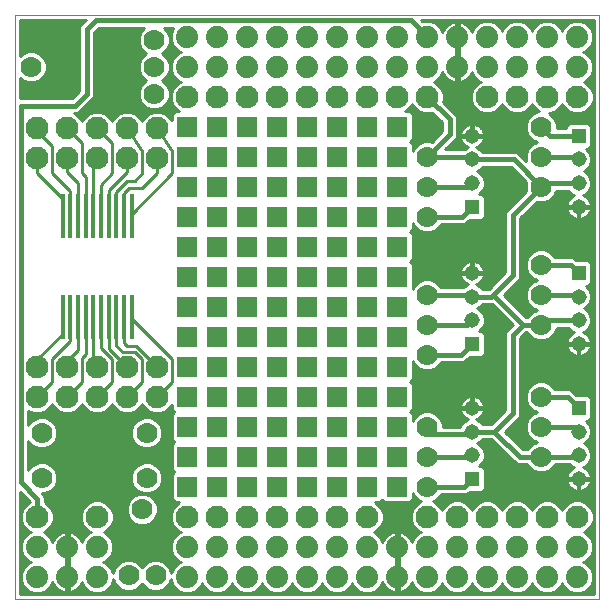
<source format=gbl>
G75*
G70*
%OFA0B0*%
%FSLAX24Y24*%
%IPPOS*%
%LPD*%
%AMOC8*
5,1,8,0,0,1.08239X$1,22.5*
%
%ADD10C,0.0000*%
%ADD11C,0.0740*%
%ADD12R,0.0157X0.1500*%
%ADD13R,0.0515X0.0515*%
%ADD14C,0.0515*%
%ADD15C,0.0100*%
%ADD16C,0.0760*%
%ADD17C,0.0356*%
%ADD18C,0.0700*%
%ADD19C,0.0160*%
%ADD20R,0.0700X0.0700*%
D10*
X000645Y000806D02*
X000645Y020301D01*
X020130Y020291D01*
X020130Y000806D01*
X000645Y000806D01*
D11*
X001395Y001556D03*
X002395Y001556D03*
X003395Y001556D03*
X003395Y002556D03*
X002395Y002556D03*
X001395Y002556D03*
X006395Y002556D03*
X006395Y001556D03*
X007395Y001556D03*
X008395Y001556D03*
X009395Y001556D03*
X010395Y001556D03*
X011395Y001556D03*
X012395Y001556D03*
X013395Y001556D03*
X014395Y001556D03*
X015395Y001556D03*
X016395Y001556D03*
X017395Y001556D03*
X018395Y001556D03*
X019395Y001556D03*
X019395Y002556D03*
X018395Y002556D03*
X017395Y002556D03*
X016395Y002556D03*
X015395Y002556D03*
X014395Y002556D03*
X013395Y002556D03*
X012395Y002556D03*
X011395Y002556D03*
X010395Y002556D03*
X009395Y002556D03*
X008395Y002556D03*
X007395Y002556D03*
X007395Y018556D03*
X008395Y018556D03*
X009395Y018556D03*
X010395Y018556D03*
X011395Y018556D03*
X012395Y018556D03*
X013395Y018556D03*
X014395Y018556D03*
X015395Y018556D03*
X016395Y018556D03*
X017395Y018556D03*
X018395Y018556D03*
X019395Y018556D03*
X019395Y019556D03*
X018395Y019556D03*
X017395Y019556D03*
X016395Y019556D03*
X015395Y019556D03*
X014395Y019556D03*
X013395Y019556D03*
X012395Y019556D03*
X011395Y019556D03*
X010395Y019556D03*
X009395Y019556D03*
X008395Y019556D03*
X007395Y019556D03*
X006395Y019556D03*
X006395Y018556D03*
D12*
X004547Y013583D03*
X004291Y013583D03*
X004035Y013583D03*
X003779Y013583D03*
X003523Y013583D03*
X003267Y013583D03*
X003011Y013583D03*
X002755Y013583D03*
X002499Y013583D03*
X002243Y013583D03*
X002243Y010229D03*
X002499Y010229D03*
X002755Y010229D03*
X003011Y010229D03*
X003267Y010229D03*
X003523Y010229D03*
X003779Y010229D03*
X004035Y010229D03*
X004291Y010229D03*
X004547Y010229D03*
D13*
X015895Y009325D03*
X019445Y007187D03*
X015895Y004825D03*
X019445Y011687D03*
X015895Y013895D03*
X019445Y016257D03*
D14*
X019445Y015470D03*
X019445Y014683D03*
X019445Y013895D03*
X019445Y010900D03*
X019445Y010113D03*
X019445Y009325D03*
X019445Y006400D03*
X019445Y005613D03*
X019445Y004825D03*
X015895Y005613D03*
X015895Y006400D03*
X015895Y007187D03*
X015895Y010113D03*
X015895Y010900D03*
X015895Y011687D03*
X015895Y014683D03*
X015895Y015470D03*
X015895Y016257D03*
D15*
X015866Y016278D02*
X015395Y016278D01*
X015395Y016257D02*
X015357Y016165D01*
X015287Y016094D01*
X014998Y015806D01*
X015627Y015806D01*
X015653Y015832D01*
X015755Y015875D01*
X015739Y015880D01*
X015681Y015909D01*
X015630Y015947D01*
X015584Y015992D01*
X015547Y016044D01*
X015517Y016101D01*
X015498Y016162D01*
X015488Y016225D01*
X015488Y016229D01*
X015866Y016229D01*
X015866Y016286D01*
X015488Y016286D01*
X015488Y016289D01*
X015498Y016353D01*
X015517Y016414D01*
X015547Y016471D01*
X015584Y016523D01*
X015630Y016568D01*
X015681Y016606D01*
X015739Y016635D01*
X015800Y016655D01*
X015863Y016665D01*
X015866Y016665D01*
X015866Y016286D01*
X015924Y016286D01*
X016302Y016286D01*
X016302Y016289D01*
X016292Y016353D01*
X016273Y016414D01*
X016244Y016471D01*
X016206Y016523D01*
X016160Y016568D01*
X016109Y016606D01*
X016051Y016635D01*
X015990Y016655D01*
X015927Y016665D01*
X015924Y016665D01*
X015924Y016286D01*
X015924Y016229D01*
X016302Y016229D01*
X016302Y016225D01*
X016292Y016162D01*
X016273Y016101D01*
X016244Y016044D01*
X016206Y015992D01*
X016160Y015947D01*
X016109Y015909D01*
X016051Y015880D01*
X016035Y015875D01*
X016137Y015832D01*
X016250Y015720D01*
X017331Y015720D01*
X017423Y015682D01*
X017493Y015612D01*
X017691Y015413D01*
X017675Y015453D01*
X017675Y015660D01*
X017754Y015851D01*
X017900Y015997D01*
X018043Y016056D01*
X017900Y016115D01*
X017754Y016262D01*
X017675Y016453D01*
X017675Y016660D01*
X017754Y016851D01*
X017900Y016997D01*
X018092Y017076D01*
X018117Y017076D01*
X018083Y017090D01*
X017929Y017245D01*
X017895Y017326D01*
X017861Y017245D01*
X017707Y017090D01*
X017504Y017006D01*
X017286Y017006D01*
X017083Y017090D01*
X016929Y017245D01*
X016895Y017326D01*
X016861Y017245D01*
X016707Y017090D01*
X016504Y017006D01*
X016286Y017006D01*
X016083Y017090D01*
X015929Y017245D01*
X015845Y017447D01*
X015845Y017666D01*
X015929Y017868D01*
X016083Y018023D01*
X016178Y018062D01*
X016089Y018099D01*
X015937Y018250D01*
X015884Y018379D01*
X015877Y018357D01*
X015840Y018284D01*
X015792Y018218D01*
X015734Y018160D01*
X015668Y018112D01*
X015595Y018074D01*
X015517Y018049D01*
X015445Y018038D01*
X015445Y018506D01*
X015345Y018506D01*
X015345Y018038D01*
X015273Y018049D01*
X015195Y018074D01*
X015122Y018112D01*
X015056Y018160D01*
X014998Y018218D01*
X014950Y018284D01*
X014913Y018357D01*
X014906Y018379D01*
X014853Y018250D01*
X014701Y018099D01*
X014612Y018062D01*
X014707Y018023D01*
X014861Y017868D01*
X014945Y017666D01*
X014945Y017447D01*
X014919Y017385D01*
X015357Y016948D01*
X015395Y016856D01*
X015395Y016757D01*
X015395Y016257D01*
X015363Y016179D02*
X015495Y016179D01*
X015528Y016081D02*
X015273Y016081D01*
X015174Y015982D02*
X015594Y015982D01*
X015731Y015883D02*
X015076Y015883D01*
X014763Y016278D02*
X013915Y016278D01*
X013915Y016376D02*
X014861Y016376D01*
X014895Y016410D02*
X014543Y016058D01*
X014498Y016076D01*
X014292Y016076D01*
X014100Y015997D01*
X013954Y015851D01*
X013915Y015756D01*
X013915Y015977D01*
X013835Y016056D01*
X013915Y016136D01*
X013915Y016977D01*
X013815Y017076D01*
X013673Y017076D01*
X013707Y017090D01*
X013861Y017245D01*
X013895Y017326D01*
X013929Y017245D01*
X014083Y017090D01*
X014286Y017006D01*
X014504Y017006D01*
X014566Y017032D01*
X014895Y016703D01*
X014895Y016410D01*
X014895Y016475D02*
X013915Y016475D01*
X013915Y016573D02*
X014895Y016573D01*
X014895Y016672D02*
X013915Y016672D01*
X013915Y016770D02*
X014827Y016770D01*
X014729Y016869D02*
X013915Y016869D01*
X013915Y016967D02*
X014630Y016967D01*
X014142Y017066D02*
X013826Y017066D01*
X013781Y017164D02*
X014009Y017164D01*
X013921Y017263D02*
X013869Y017263D01*
X014637Y018051D02*
X015266Y018051D01*
X015345Y018051D02*
X015445Y018051D01*
X015524Y018051D02*
X016153Y018051D01*
X016038Y018150D02*
X015720Y018150D01*
X015814Y018248D02*
X015939Y018248D01*
X015897Y018347D02*
X015872Y018347D01*
X016014Y017953D02*
X014776Y017953D01*
X014867Y017854D02*
X015923Y017854D01*
X015882Y017756D02*
X014908Y017756D01*
X014945Y017657D02*
X015845Y017657D01*
X015845Y017559D02*
X014945Y017559D01*
X014945Y017460D02*
X015845Y017460D01*
X015880Y017362D02*
X014943Y017362D01*
X015042Y017263D02*
X015921Y017263D01*
X016009Y017164D02*
X015140Y017164D01*
X015239Y017066D02*
X016142Y017066D01*
X016154Y016573D02*
X017675Y016573D01*
X017675Y016475D02*
X016241Y016475D01*
X016285Y016376D02*
X017707Y016376D01*
X017748Y016278D02*
X015924Y016278D01*
X015924Y016376D02*
X015866Y016376D01*
X015866Y016475D02*
X015924Y016475D01*
X015924Y016573D02*
X015866Y016573D01*
X015637Y016573D02*
X015395Y016573D01*
X015395Y016475D02*
X015549Y016475D01*
X015505Y016376D02*
X015395Y016376D01*
X015395Y016672D02*
X017680Y016672D01*
X017721Y016770D02*
X015395Y016770D01*
X015390Y016869D02*
X017772Y016869D01*
X017871Y016967D02*
X015337Y016967D01*
X014664Y016179D02*
X013915Y016179D01*
X013860Y016081D02*
X014566Y016081D01*
X014085Y015982D02*
X013910Y015982D01*
X013915Y015883D02*
X013987Y015883D01*
X013927Y015785D02*
X013915Y015785D01*
X016059Y015883D02*
X017787Y015883D01*
X017727Y015785D02*
X016185Y015785D01*
X016196Y015982D02*
X017885Y015982D01*
X017985Y016081D02*
X016262Y016081D01*
X016295Y016179D02*
X017837Y016179D01*
X017686Y015686D02*
X017412Y015686D01*
X017517Y015588D02*
X017675Y015588D01*
X017675Y015489D02*
X017616Y015489D01*
X017303Y015095D02*
X016107Y015095D01*
X016137Y015108D02*
X016250Y015220D01*
X017178Y015220D01*
X017694Y014704D01*
X017675Y014660D01*
X017675Y014453D01*
X017694Y014408D01*
X017103Y013818D01*
X017033Y013748D01*
X016995Y013656D01*
X016995Y011710D01*
X016453Y011168D01*
X016435Y011150D01*
X016250Y011150D01*
X016137Y011262D01*
X016035Y011305D01*
X016051Y011310D01*
X016109Y011339D01*
X016160Y011377D01*
X016206Y011422D01*
X016244Y011474D01*
X016273Y011531D01*
X016292Y011592D01*
X016302Y011655D01*
X016302Y011659D01*
X015924Y011659D01*
X015924Y011716D01*
X016302Y011716D01*
X016302Y011719D01*
X016292Y011783D01*
X016273Y011844D01*
X016244Y011901D01*
X016206Y011953D01*
X016160Y011998D01*
X016109Y012036D01*
X016051Y012065D01*
X015990Y012085D01*
X015927Y012095D01*
X015924Y012095D01*
X015924Y011716D01*
X015866Y011716D01*
X015866Y011659D01*
X015488Y011659D01*
X015488Y011655D01*
X015498Y011592D01*
X015517Y011531D01*
X015547Y011474D01*
X015584Y011422D01*
X015630Y011377D01*
X015681Y011339D01*
X015739Y011310D01*
X015755Y011305D01*
X015653Y011262D01*
X015597Y011206D01*
X014854Y011206D01*
X014836Y011251D01*
X014690Y011397D01*
X014498Y011476D01*
X014292Y011476D01*
X014100Y011397D01*
X013954Y011251D01*
X013915Y011156D01*
X013915Y011977D01*
X013835Y012056D01*
X013915Y012136D01*
X013915Y012977D01*
X013835Y013056D01*
X013915Y013136D01*
X013915Y013356D01*
X013954Y013262D01*
X014100Y013115D01*
X014292Y013036D01*
X014498Y013036D01*
X014690Y013115D01*
X014836Y013262D01*
X014854Y013306D01*
X015606Y013306D01*
X015698Y013344D01*
X015768Y013415D01*
X015821Y013468D01*
X016223Y013468D01*
X016322Y013567D01*
X016322Y014223D01*
X016223Y014323D01*
X016140Y014323D01*
X016257Y014440D01*
X016322Y014598D01*
X016322Y014768D01*
X016257Y014925D01*
X016137Y015045D01*
X016061Y015076D01*
X016137Y015108D01*
X016223Y015194D02*
X017204Y015194D01*
X017401Y014997D02*
X016186Y014997D01*
X016269Y014898D02*
X017500Y014898D01*
X017598Y014799D02*
X016309Y014799D01*
X016322Y014701D02*
X017692Y014701D01*
X017675Y014602D02*
X016322Y014602D01*
X016284Y014504D02*
X017675Y014504D01*
X017691Y014405D02*
X016222Y014405D01*
X016239Y014307D02*
X017592Y014307D01*
X017493Y014208D02*
X016322Y014208D01*
X016322Y014110D02*
X017395Y014110D01*
X017296Y014011D02*
X016322Y014011D01*
X016322Y013913D02*
X017198Y013913D01*
X017099Y013814D02*
X016322Y013814D01*
X016322Y013715D02*
X017020Y013715D01*
X016995Y013617D02*
X016322Y013617D01*
X016274Y013518D02*
X016995Y013518D01*
X016995Y013420D02*
X015773Y013420D01*
X015642Y013321D02*
X016995Y013321D01*
X016995Y013223D02*
X014797Y013223D01*
X014698Y013124D02*
X016995Y013124D01*
X016995Y013026D02*
X013866Y013026D01*
X013903Y013124D02*
X014092Y013124D01*
X013993Y013223D02*
X013915Y013223D01*
X013915Y013321D02*
X013930Y013321D01*
X013915Y012927D02*
X016995Y012927D01*
X016995Y012829D02*
X013915Y012829D01*
X013915Y012730D02*
X016995Y012730D01*
X016995Y012631D02*
X013915Y012631D01*
X013915Y012533D02*
X016995Y012533D01*
X016995Y012434D02*
X013915Y012434D01*
X013915Y012336D02*
X016995Y012336D01*
X016995Y012237D02*
X013915Y012237D01*
X013915Y012139D02*
X016995Y012139D01*
X016995Y012040D02*
X016100Y012040D01*
X016214Y011942D02*
X016995Y011942D01*
X016995Y011843D02*
X016273Y011843D01*
X016299Y011745D02*
X016995Y011745D01*
X016931Y011646D02*
X016301Y011646D01*
X016278Y011548D02*
X016833Y011548D01*
X016734Y011449D02*
X016225Y011449D01*
X016124Y011350D02*
X016636Y011350D01*
X016537Y011252D02*
X016148Y011252D01*
X016246Y011153D02*
X016439Y011153D01*
X016453Y011168D02*
X016453Y011168D01*
X016548Y010650D02*
X016250Y010650D01*
X016137Y010538D01*
X016061Y010506D01*
X016137Y010475D01*
X016257Y010355D01*
X016322Y010198D01*
X016322Y010028D01*
X016257Y009870D01*
X016140Y009753D01*
X016223Y009753D01*
X016322Y009653D01*
X016322Y008997D01*
X016223Y008898D01*
X015821Y008898D01*
X015738Y008815D01*
X015668Y008744D01*
X015576Y008706D01*
X014854Y008706D01*
X014836Y008662D01*
X014690Y008515D01*
X014498Y008436D01*
X014292Y008436D01*
X014100Y008515D01*
X013954Y008662D01*
X013915Y008756D01*
X013915Y008136D01*
X013835Y008056D01*
X013915Y007977D01*
X013915Y007136D01*
X013835Y007056D01*
X013915Y006977D01*
X013915Y006756D01*
X013954Y006851D01*
X014100Y006997D01*
X014292Y007076D01*
X014498Y007076D01*
X014690Y006997D01*
X014836Y006851D01*
X014915Y006660D01*
X014915Y006556D01*
X015497Y006556D01*
X015533Y006642D01*
X015653Y006762D01*
X015755Y006805D01*
X015739Y006810D01*
X015681Y006839D01*
X015630Y006877D01*
X015584Y006922D01*
X015547Y006974D01*
X015517Y007031D01*
X015498Y007092D01*
X015488Y007155D01*
X015488Y007159D01*
X015866Y007159D01*
X015866Y007216D01*
X015488Y007216D01*
X015488Y007219D01*
X015498Y007283D01*
X015517Y007344D01*
X015547Y007401D01*
X015584Y007453D01*
X015630Y007498D01*
X015681Y007536D01*
X015739Y007565D01*
X015800Y007585D01*
X015863Y007595D01*
X015866Y007595D01*
X015866Y007216D01*
X015924Y007216D01*
X016302Y007216D01*
X016302Y007219D01*
X016292Y007283D01*
X016273Y007344D01*
X016244Y007401D01*
X016206Y007453D01*
X016160Y007498D01*
X016109Y007536D01*
X016051Y007565D01*
X015990Y007585D01*
X015927Y007595D01*
X015924Y007595D01*
X015924Y007216D01*
X015924Y007159D01*
X016302Y007159D01*
X016302Y007155D01*
X016292Y007092D01*
X016273Y007031D01*
X016244Y006974D01*
X016206Y006922D01*
X016160Y006877D01*
X016109Y006839D01*
X016051Y006810D01*
X016035Y006805D01*
X016137Y006762D01*
X016250Y006650D01*
X016535Y006650D01*
X016995Y007110D01*
X016995Y009656D01*
X017033Y009748D01*
X017103Y009818D01*
X017242Y009956D01*
X016548Y010650D01*
X016636Y010562D02*
X016162Y010562D01*
X016149Y010464D02*
X016734Y010464D01*
X016833Y010365D02*
X016247Y010365D01*
X016294Y010266D02*
X016931Y010266D01*
X017030Y010168D02*
X016322Y010168D01*
X016322Y010069D02*
X017128Y010069D01*
X017227Y009971D02*
X016299Y009971D01*
X016258Y009872D02*
X017158Y009872D01*
X017059Y009774D02*
X016161Y009774D01*
X016300Y009675D02*
X017003Y009675D01*
X016995Y009577D02*
X016322Y009577D01*
X016322Y009478D02*
X016995Y009478D01*
X016995Y009380D02*
X016322Y009380D01*
X016322Y009281D02*
X016995Y009281D01*
X016995Y009182D02*
X016322Y009182D01*
X016322Y009084D02*
X016995Y009084D01*
X016995Y008985D02*
X016311Y008985D01*
X015810Y008887D02*
X016995Y008887D01*
X016995Y008788D02*
X015712Y008788D01*
X014847Y008690D02*
X016995Y008690D01*
X016995Y008591D02*
X014765Y008591D01*
X014635Y008493D02*
X016995Y008493D01*
X016995Y008394D02*
X013915Y008394D01*
X013915Y008296D02*
X016995Y008296D01*
X016995Y008197D02*
X013915Y008197D01*
X013878Y008099D02*
X016995Y008099D01*
X016995Y008000D02*
X013892Y008000D01*
X013915Y007901D02*
X016995Y007901D01*
X016995Y007803D02*
X013915Y007803D01*
X013915Y007704D02*
X016995Y007704D01*
X016995Y007606D02*
X013915Y007606D01*
X013915Y007507D02*
X015642Y007507D01*
X015552Y007409D02*
X013915Y007409D01*
X013915Y007310D02*
X015506Y007310D01*
X015494Y007113D02*
X013892Y007113D01*
X013877Y007015D02*
X014143Y007015D01*
X014019Y006916D02*
X013915Y006916D01*
X013915Y006817D02*
X013940Y006817D01*
X013915Y007212D02*
X015866Y007212D01*
X015924Y007212D02*
X016995Y007212D01*
X016995Y007310D02*
X016284Y007310D01*
X016238Y007409D02*
X016995Y007409D01*
X016995Y007507D02*
X016148Y007507D01*
X015924Y007507D02*
X015866Y007507D01*
X015866Y007409D02*
X015924Y007409D01*
X015924Y007310D02*
X015866Y007310D01*
X016264Y007015D02*
X016900Y007015D01*
X016995Y007113D02*
X016296Y007113D01*
X016200Y006916D02*
X016801Y006916D01*
X016703Y006817D02*
X016066Y006817D01*
X016181Y006719D02*
X016604Y006719D01*
X016992Y006400D02*
X017387Y006794D01*
X017457Y006865D01*
X017495Y006957D01*
X017495Y009503D01*
X017699Y009706D01*
X017736Y009706D01*
X017754Y009662D01*
X017900Y009515D01*
X018092Y009436D01*
X018298Y009436D01*
X018490Y009515D01*
X018636Y009662D01*
X018715Y009853D01*
X018715Y009863D01*
X019090Y009863D01*
X019203Y009750D01*
X019305Y009708D01*
X019289Y009703D01*
X019231Y009674D01*
X019180Y009636D01*
X019134Y009591D01*
X019097Y009539D01*
X019067Y009482D01*
X019048Y009421D01*
X019038Y009357D01*
X019038Y009354D01*
X019416Y009354D01*
X019416Y009296D01*
X019474Y009296D01*
X019474Y008918D01*
X019477Y008918D01*
X019540Y008928D01*
X019601Y008948D01*
X019659Y008977D01*
X019710Y009014D01*
X019756Y009060D01*
X019794Y009112D01*
X019823Y009169D01*
X019842Y009230D01*
X019852Y009293D01*
X019852Y009296D01*
X019474Y009296D01*
X019474Y009354D01*
X019852Y009354D01*
X019852Y009357D01*
X019842Y009421D01*
X019823Y009482D01*
X019794Y009539D01*
X019756Y009591D01*
X019710Y009636D01*
X019659Y009674D01*
X019601Y009703D01*
X019585Y009708D01*
X019687Y009750D01*
X019807Y009870D01*
X019872Y010028D01*
X019872Y010198D01*
X019807Y010355D01*
X019687Y010475D01*
X019612Y010506D01*
X019687Y010538D01*
X019807Y010658D01*
X019872Y010815D01*
X019872Y010985D01*
X019807Y011142D01*
X019690Y011260D01*
X019773Y011260D01*
X019872Y011359D01*
X019872Y012015D01*
X019773Y012115D01*
X019371Y012115D01*
X019318Y012168D01*
X019226Y012206D01*
X018654Y012206D01*
X018636Y012251D01*
X018490Y012397D01*
X018298Y012476D01*
X018092Y012476D01*
X017900Y012397D01*
X017754Y012251D01*
X017675Y012060D01*
X017675Y011853D01*
X017754Y011662D01*
X017900Y011515D01*
X018043Y011456D01*
X017900Y011397D01*
X017754Y011251D01*
X017675Y011060D01*
X017675Y010853D01*
X017754Y010662D01*
X017900Y010515D01*
X018043Y010456D01*
X017900Y010397D01*
X017754Y010251D01*
X017736Y010206D01*
X017699Y010206D01*
X016949Y010956D01*
X017675Y010956D01*
X017675Y010858D02*
X017047Y010858D01*
X016949Y010956D02*
X017457Y011465D01*
X017495Y011557D01*
X017495Y011656D01*
X017495Y013503D01*
X018047Y014055D01*
X018092Y014036D01*
X018298Y014036D01*
X018490Y014115D01*
X018636Y014262D01*
X018707Y014433D01*
X019090Y014433D01*
X019203Y014320D01*
X019305Y014278D01*
X019289Y014273D01*
X019231Y014244D01*
X019180Y014206D01*
X019134Y014161D01*
X019097Y014109D01*
X019067Y014052D01*
X019048Y013991D01*
X019038Y013927D01*
X019038Y013924D01*
X019416Y013924D01*
X019416Y013866D01*
X019474Y013866D01*
X019474Y013488D01*
X019477Y013488D01*
X019540Y013498D01*
X019601Y013518D01*
X019659Y013547D01*
X019710Y013584D01*
X019756Y013630D01*
X019794Y013682D01*
X019823Y013739D01*
X019842Y013800D01*
X019852Y013863D01*
X019852Y013866D01*
X019474Y013866D01*
X019474Y013924D01*
X019852Y013924D01*
X019852Y013927D01*
X019842Y013991D01*
X019823Y014052D01*
X019794Y014109D01*
X019756Y014161D01*
X019710Y014206D01*
X019659Y014244D01*
X019601Y014273D01*
X019585Y014278D01*
X019687Y014320D01*
X019807Y014440D01*
X019872Y014598D01*
X019872Y014768D01*
X019807Y014925D01*
X019687Y015045D01*
X019612Y015076D01*
X019687Y015108D01*
X019807Y015228D01*
X019872Y015385D01*
X019872Y015555D01*
X019807Y015712D01*
X019690Y015830D01*
X019773Y015830D01*
X019872Y015929D01*
X019872Y016585D01*
X019773Y016685D01*
X019117Y016685D01*
X019018Y016585D01*
X019018Y016507D01*
X018715Y016507D01*
X018715Y016660D01*
X018636Y016851D01*
X018490Y016997D01*
X018467Y017006D01*
X018504Y017006D01*
X018707Y017090D01*
X018861Y017245D01*
X018895Y017326D01*
X018929Y017245D01*
X019083Y017090D01*
X019286Y017006D01*
X019504Y017006D01*
X019707Y017090D01*
X019861Y017245D01*
X019945Y017447D01*
X019945Y017666D01*
X019861Y017868D01*
X019707Y018023D01*
X019612Y018062D01*
X019701Y018099D01*
X019853Y018250D01*
X019935Y018449D01*
X019935Y018664D01*
X019853Y018862D01*
X019701Y019014D01*
X019599Y019056D01*
X019701Y019099D01*
X019853Y019250D01*
X019935Y019449D01*
X019935Y019664D01*
X019853Y019862D01*
X019701Y020014D01*
X019502Y020096D01*
X019288Y020096D01*
X019089Y020014D01*
X018937Y019862D01*
X018895Y019760D01*
X018853Y019862D01*
X018701Y020014D01*
X018502Y020096D01*
X018288Y020096D01*
X018089Y020014D01*
X017937Y019862D01*
X017895Y019760D01*
X017853Y019862D01*
X017701Y020014D01*
X017502Y020096D01*
X017288Y020096D01*
X017089Y020014D01*
X016937Y019862D01*
X016895Y019760D01*
X016853Y019862D01*
X016701Y020014D01*
X016502Y020096D01*
X016288Y020096D01*
X016089Y020014D01*
X015937Y019862D01*
X015884Y019734D01*
X015877Y019756D01*
X015840Y019829D01*
X015792Y019895D01*
X015734Y019953D01*
X015668Y020001D01*
X015595Y020038D01*
X015517Y020063D01*
X015445Y020075D01*
X015445Y019606D01*
X015345Y019606D01*
X015345Y020075D01*
X015273Y020063D01*
X015195Y020038D01*
X015122Y020001D01*
X015056Y019953D01*
X014998Y019895D01*
X014950Y019829D01*
X014913Y019756D01*
X014906Y019734D01*
X014853Y019862D01*
X014701Y020014D01*
X014502Y020096D01*
X014288Y020096D01*
X014232Y020073D01*
X014180Y020124D01*
X019960Y020121D01*
X014184Y020121D01*
X014681Y020022D02*
X015164Y020022D01*
X015027Y019924D02*
X014791Y019924D01*
X014868Y019825D02*
X014948Y019825D01*
X015345Y019825D02*
X015445Y019825D01*
X015445Y019727D02*
X015345Y019727D01*
X015345Y019628D02*
X015445Y019628D01*
X015445Y019506D02*
X015445Y019038D01*
X015445Y018606D01*
X015345Y018606D01*
X015345Y019038D01*
X015345Y019506D01*
X015445Y019506D01*
X015445Y019431D02*
X015345Y019431D01*
X015345Y019332D02*
X015445Y019332D01*
X015445Y019234D02*
X015345Y019234D01*
X015345Y019135D02*
X015445Y019135D01*
X015445Y019037D02*
X015345Y019037D01*
X015345Y018938D02*
X015445Y018938D01*
X015445Y018840D02*
X015345Y018840D01*
X015345Y018741D02*
X015445Y018741D01*
X015445Y018643D02*
X015345Y018643D01*
X015345Y018446D02*
X015445Y018446D01*
X015445Y018347D02*
X015345Y018347D01*
X015345Y018248D02*
X015445Y018248D01*
X015445Y018150D02*
X015345Y018150D01*
X015070Y018150D02*
X014752Y018150D01*
X014851Y018248D02*
X014976Y018248D01*
X014918Y018347D02*
X014893Y018347D01*
X015842Y019825D02*
X015922Y019825D01*
X015999Y019924D02*
X015763Y019924D01*
X015626Y020022D02*
X016109Y020022D01*
X016681Y020022D02*
X017109Y020022D01*
X016999Y019924D02*
X016791Y019924D01*
X016868Y019825D02*
X016922Y019825D01*
X017681Y020022D02*
X018109Y020022D01*
X017999Y019924D02*
X017791Y019924D01*
X017868Y019825D02*
X017922Y019825D01*
X018681Y020022D02*
X019109Y020022D01*
X018999Y019924D02*
X018791Y019924D01*
X018868Y019825D02*
X018922Y019825D01*
X019681Y020022D02*
X019960Y020022D01*
X019960Y019924D02*
X019791Y019924D01*
X019868Y019825D02*
X019960Y019825D01*
X019960Y019727D02*
X019909Y019727D01*
X019935Y019628D02*
X019960Y019628D01*
X019960Y019530D02*
X019935Y019530D01*
X019928Y019431D02*
X019960Y019431D01*
X019960Y019332D02*
X019887Y019332D01*
X019836Y019234D02*
X019960Y019234D01*
X019960Y019135D02*
X019738Y019135D01*
X019646Y019037D02*
X019960Y019037D01*
X019960Y018938D02*
X019777Y018938D01*
X019862Y018840D02*
X019960Y018840D01*
X019960Y018741D02*
X019903Y018741D01*
X019935Y018643D02*
X019960Y018643D01*
X019960Y018544D02*
X019935Y018544D01*
X019934Y018446D02*
X019960Y018446D01*
X019960Y018347D02*
X019893Y018347D01*
X019851Y018248D02*
X019960Y018248D01*
X019960Y018150D02*
X019752Y018150D01*
X019637Y018051D02*
X019960Y018051D01*
X019960Y017953D02*
X019776Y017953D01*
X019867Y017854D02*
X019960Y017854D01*
X019960Y017756D02*
X019908Y017756D01*
X019945Y017657D02*
X019960Y017657D01*
X019960Y017559D02*
X019945Y017559D01*
X019945Y017460D02*
X019960Y017460D01*
X019960Y017362D02*
X019910Y017362D01*
X019869Y017263D02*
X019960Y017263D01*
X019960Y017164D02*
X019781Y017164D01*
X019648Y017066D02*
X019960Y017066D01*
X019960Y016967D02*
X018519Y016967D01*
X018618Y016869D02*
X019960Y016869D01*
X019960Y016770D02*
X018669Y016770D01*
X018710Y016672D02*
X019104Y016672D01*
X019018Y016573D02*
X018715Y016573D01*
X018648Y017066D02*
X019142Y017066D01*
X019009Y017164D02*
X018781Y017164D01*
X018869Y017263D02*
X018921Y017263D01*
X018067Y017066D02*
X017648Y017066D01*
X017781Y017164D02*
X018009Y017164D01*
X017921Y017263D02*
X017869Y017263D01*
X017142Y017066D02*
X016648Y017066D01*
X016781Y017164D02*
X017009Y017164D01*
X016921Y017263D02*
X016869Y017263D01*
X019735Y015785D02*
X019960Y015785D01*
X019960Y015883D02*
X019826Y015883D01*
X019872Y015982D02*
X019960Y015982D01*
X019960Y016081D02*
X019872Y016081D01*
X019872Y016179D02*
X019960Y016179D01*
X019960Y016278D02*
X019872Y016278D01*
X019872Y016376D02*
X019960Y016376D01*
X019960Y016475D02*
X019872Y016475D01*
X019872Y016573D02*
X019960Y016573D01*
X019960Y016672D02*
X019786Y016672D01*
X019818Y015686D02*
X019960Y015686D01*
X019960Y015588D02*
X019859Y015588D01*
X019872Y015489D02*
X019960Y015489D01*
X019960Y015391D02*
X019872Y015391D01*
X019834Y015292D02*
X019960Y015292D01*
X019960Y015194D02*
X019773Y015194D01*
X019657Y015095D02*
X019960Y015095D01*
X019960Y014997D02*
X019736Y014997D01*
X019819Y014898D02*
X019960Y014898D01*
X019960Y014799D02*
X019859Y014799D01*
X019872Y014701D02*
X019960Y014701D01*
X019960Y014602D02*
X019872Y014602D01*
X019834Y014504D02*
X019960Y014504D01*
X019960Y014405D02*
X019772Y014405D01*
X019655Y014307D02*
X019960Y014307D01*
X019960Y014208D02*
X019707Y014208D01*
X019793Y014110D02*
X019960Y014110D01*
X019960Y014011D02*
X019836Y014011D01*
X019960Y013913D02*
X019474Y013913D01*
X019416Y013913D02*
X017905Y013913D01*
X018003Y014011D02*
X019054Y014011D01*
X019097Y014110D02*
X018475Y014110D01*
X018582Y014208D02*
X019183Y014208D01*
X019235Y014307D02*
X018654Y014307D01*
X018695Y014405D02*
X019118Y014405D01*
X019038Y013866D02*
X019038Y013863D01*
X019048Y013800D01*
X019067Y013739D01*
X019097Y013682D01*
X019134Y013630D01*
X019180Y013584D01*
X019231Y013547D01*
X019289Y013518D01*
X019350Y013498D01*
X019413Y013488D01*
X019416Y013488D01*
X019416Y013866D01*
X019038Y013866D01*
X019045Y013814D02*
X017806Y013814D01*
X017708Y013715D02*
X019079Y013715D01*
X019147Y013617D02*
X017609Y013617D01*
X017511Y013518D02*
X019287Y013518D01*
X019416Y013518D02*
X019474Y013518D01*
X019474Y013617D02*
X019416Y013617D01*
X019416Y013715D02*
X019474Y013715D01*
X019474Y013814D02*
X019416Y013814D01*
X019603Y013518D02*
X019960Y013518D01*
X019960Y013420D02*
X017495Y013420D01*
X017495Y013321D02*
X019960Y013321D01*
X019960Y013223D02*
X017495Y013223D01*
X017495Y013124D02*
X019960Y013124D01*
X019960Y013026D02*
X017495Y013026D01*
X017495Y012927D02*
X019960Y012927D01*
X019960Y012829D02*
X017495Y012829D01*
X017495Y012730D02*
X019960Y012730D01*
X019960Y012631D02*
X017495Y012631D01*
X017495Y012533D02*
X019960Y012533D01*
X019960Y012434D02*
X018399Y012434D01*
X018551Y012336D02*
X019960Y012336D01*
X019960Y012237D02*
X018641Y012237D01*
X017991Y012434D02*
X017495Y012434D01*
X017495Y012336D02*
X017839Y012336D01*
X017749Y012237D02*
X017495Y012237D01*
X017495Y012139D02*
X017708Y012139D01*
X017675Y012040D02*
X017495Y012040D01*
X017495Y011942D02*
X017675Y011942D01*
X017679Y011843D02*
X017495Y011843D01*
X017495Y011745D02*
X017720Y011745D01*
X017770Y011646D02*
X017495Y011646D01*
X017491Y011548D02*
X017868Y011548D01*
X018026Y011449D02*
X017441Y011449D01*
X017343Y011350D02*
X017854Y011350D01*
X017755Y011252D02*
X017244Y011252D01*
X017146Y011153D02*
X017714Y011153D01*
X017675Y011055D02*
X017047Y011055D01*
X017146Y010759D02*
X017714Y010759D01*
X017755Y010661D02*
X017244Y010661D01*
X017343Y010562D02*
X017854Y010562D01*
X017868Y010365D02*
X017540Y010365D01*
X017638Y010266D02*
X017770Y010266D01*
X018026Y010464D02*
X017441Y010464D01*
X017667Y009675D02*
X017749Y009675D01*
X017839Y009577D02*
X017569Y009577D01*
X017495Y009478D02*
X017991Y009478D01*
X018399Y009478D02*
X019066Y009478D01*
X019041Y009380D02*
X017495Y009380D01*
X017495Y009281D02*
X019039Y009281D01*
X019038Y009293D02*
X019048Y009230D01*
X019067Y009169D01*
X019097Y009112D01*
X019134Y009060D01*
X019180Y009014D01*
X019231Y008977D01*
X019289Y008948D01*
X019350Y008928D01*
X019413Y008918D01*
X019416Y008918D01*
X019416Y009296D01*
X019038Y009296D01*
X019038Y009293D01*
X019063Y009182D02*
X017495Y009182D01*
X017495Y009084D02*
X019117Y009084D01*
X019219Y008985D02*
X017495Y008985D01*
X017495Y008887D02*
X019960Y008887D01*
X019960Y008985D02*
X019671Y008985D01*
X019773Y009084D02*
X019960Y009084D01*
X019960Y009182D02*
X019827Y009182D01*
X019851Y009281D02*
X019960Y009281D01*
X019960Y009380D02*
X019849Y009380D01*
X019824Y009478D02*
X019960Y009478D01*
X019960Y009577D02*
X019766Y009577D01*
X019656Y009675D02*
X019960Y009675D01*
X019960Y009774D02*
X019711Y009774D01*
X019808Y009872D02*
X019960Y009872D01*
X019960Y009971D02*
X019849Y009971D01*
X019872Y010069D02*
X019960Y010069D01*
X019960Y010168D02*
X019872Y010168D01*
X019844Y010266D02*
X019960Y010266D01*
X019960Y010365D02*
X019797Y010365D01*
X019699Y010464D02*
X019960Y010464D01*
X019960Y010562D02*
X019712Y010562D01*
X019809Y010661D02*
X019960Y010661D01*
X019960Y010759D02*
X019849Y010759D01*
X019872Y010858D02*
X019960Y010858D01*
X019960Y010956D02*
X019872Y010956D01*
X019844Y011055D02*
X019960Y011055D01*
X019960Y011153D02*
X019796Y011153D01*
X019698Y011252D02*
X019960Y011252D01*
X019960Y011350D02*
X019863Y011350D01*
X019872Y011449D02*
X019960Y011449D01*
X019960Y011548D02*
X019872Y011548D01*
X019872Y011646D02*
X019960Y011646D01*
X019960Y011745D02*
X019872Y011745D01*
X019872Y011843D02*
X019960Y011843D01*
X019960Y011942D02*
X019872Y011942D01*
X019848Y012040D02*
X019960Y012040D01*
X019960Y012139D02*
X019347Y012139D01*
X019743Y013617D02*
X019960Y013617D01*
X019960Y013715D02*
X019811Y013715D01*
X019845Y013814D02*
X019960Y013814D01*
X015924Y012040D02*
X015866Y012040D01*
X015866Y012095D02*
X015863Y012095D01*
X015800Y012085D01*
X015739Y012065D01*
X015681Y012036D01*
X015630Y011998D01*
X015584Y011953D01*
X015547Y011901D01*
X015517Y011844D01*
X015498Y011783D01*
X015488Y011719D01*
X015488Y011716D01*
X015866Y011716D01*
X015866Y012095D01*
X015866Y011942D02*
X015924Y011942D01*
X015924Y011843D02*
X015866Y011843D01*
X015866Y011745D02*
X015924Y011745D01*
X015690Y012040D02*
X013851Y012040D01*
X013915Y011942D02*
X015576Y011942D01*
X015517Y011843D02*
X013915Y011843D01*
X013915Y011745D02*
X015492Y011745D01*
X015489Y011646D02*
X013915Y011646D01*
X013915Y011548D02*
X015512Y011548D01*
X015565Y011449D02*
X014564Y011449D01*
X014736Y011350D02*
X015666Y011350D01*
X015642Y011252D02*
X014835Y011252D01*
X014226Y011449D02*
X013915Y011449D01*
X013915Y011350D02*
X014054Y011350D01*
X013955Y011252D02*
X013915Y011252D01*
X013915Y008690D02*
X013943Y008690D01*
X013915Y008591D02*
X014025Y008591D01*
X013915Y008493D02*
X014155Y008493D01*
X014647Y007015D02*
X015526Y007015D01*
X015590Y006916D02*
X014771Y006916D01*
X014850Y006817D02*
X015724Y006817D01*
X015609Y006719D02*
X014891Y006719D01*
X014915Y006620D02*
X015524Y006620D01*
X016062Y006006D02*
X016137Y006038D01*
X016250Y006150D01*
X016535Y006150D01*
X017341Y005344D01*
X017433Y005306D01*
X017532Y005306D01*
X017736Y005306D01*
X017754Y005262D01*
X017900Y005115D01*
X018092Y005036D01*
X018298Y005036D01*
X018490Y005115D01*
X018636Y005262D01*
X018654Y005306D01*
X019147Y005306D01*
X019203Y005250D01*
X019305Y005208D01*
X019289Y005203D01*
X019231Y005174D01*
X019180Y005136D01*
X019134Y005091D01*
X019097Y005039D01*
X019067Y004982D01*
X019048Y004921D01*
X019038Y004857D01*
X019038Y004854D01*
X019416Y004854D01*
X019416Y004796D01*
X019474Y004796D01*
X019474Y004418D01*
X019477Y004418D01*
X019540Y004428D01*
X019601Y004448D01*
X019659Y004477D01*
X019710Y004514D01*
X019756Y004560D01*
X019794Y004612D01*
X019823Y004669D01*
X019842Y004730D01*
X019852Y004793D01*
X019852Y004796D01*
X019474Y004796D01*
X019474Y004854D01*
X019852Y004854D01*
X019852Y004857D01*
X019842Y004921D01*
X019823Y004982D01*
X019794Y005039D01*
X019756Y005091D01*
X019710Y005136D01*
X019659Y005174D01*
X019601Y005203D01*
X019585Y005208D01*
X019687Y005250D01*
X019807Y005370D01*
X019872Y005528D01*
X019872Y005698D01*
X019807Y005855D01*
X019687Y005975D01*
X019611Y006006D01*
X019687Y006038D01*
X019807Y006158D01*
X019872Y006315D01*
X019872Y006485D01*
X019807Y006642D01*
X019690Y006760D01*
X019773Y006760D01*
X019872Y006859D01*
X019872Y007515D01*
X019773Y007615D01*
X019371Y007615D01*
X019288Y007698D01*
X019218Y007768D01*
X019126Y007806D01*
X018654Y007806D01*
X018636Y007851D01*
X018490Y007997D01*
X018298Y008076D01*
X018092Y008076D01*
X017900Y007997D01*
X017754Y007851D01*
X017675Y007660D01*
X017675Y007453D01*
X017754Y007262D01*
X017900Y007115D01*
X018043Y007056D01*
X017900Y006997D01*
X017754Y006851D01*
X017675Y006660D01*
X017675Y006453D01*
X017754Y006262D01*
X017900Y006115D01*
X018043Y006056D01*
X017900Y005997D01*
X017754Y005851D01*
X017736Y005806D01*
X017586Y005806D01*
X016992Y006400D01*
X017015Y006423D02*
X017687Y006423D01*
X017675Y006522D02*
X017114Y006522D01*
X017213Y006620D02*
X017675Y006620D01*
X017700Y006719D02*
X017311Y006719D01*
X017387Y006794D02*
X017387Y006794D01*
X017410Y006817D02*
X017740Y006817D01*
X017819Y006916D02*
X017478Y006916D01*
X017495Y007015D02*
X017943Y007015D01*
X017906Y007113D02*
X017495Y007113D01*
X017495Y007212D02*
X017804Y007212D01*
X017734Y007310D02*
X017495Y007310D01*
X017495Y007409D02*
X017693Y007409D01*
X017675Y007507D02*
X017495Y007507D01*
X017495Y007606D02*
X017675Y007606D01*
X017694Y007704D02*
X017495Y007704D01*
X017495Y007803D02*
X017734Y007803D01*
X017805Y007901D02*
X017495Y007901D01*
X017495Y008000D02*
X017907Y008000D01*
X017495Y008099D02*
X019960Y008099D01*
X019960Y008197D02*
X017495Y008197D01*
X017495Y008296D02*
X019960Y008296D01*
X019960Y008394D02*
X017495Y008394D01*
X017495Y008493D02*
X019960Y008493D01*
X019960Y008591D02*
X017495Y008591D01*
X017495Y008690D02*
X019960Y008690D01*
X019960Y008788D02*
X017495Y008788D01*
X018483Y008000D02*
X019960Y008000D01*
X019960Y007901D02*
X018585Y007901D01*
X019134Y007803D02*
X019960Y007803D01*
X019960Y007704D02*
X019282Y007704D01*
X019782Y007606D02*
X019960Y007606D01*
X019960Y007507D02*
X019872Y007507D01*
X019872Y007409D02*
X019960Y007409D01*
X019960Y007310D02*
X019872Y007310D01*
X019872Y007212D02*
X019960Y007212D01*
X019960Y007113D02*
X019872Y007113D01*
X019872Y007015D02*
X019960Y007015D01*
X019960Y006916D02*
X019872Y006916D01*
X019830Y006817D02*
X019960Y006817D01*
X019960Y006719D02*
X019731Y006719D01*
X019816Y006620D02*
X019960Y006620D01*
X019960Y006522D02*
X019857Y006522D01*
X019872Y006423D02*
X019960Y006423D01*
X019960Y006325D02*
X019872Y006325D01*
X019836Y006226D02*
X019960Y006226D01*
X019960Y006128D02*
X019777Y006128D01*
X019667Y006029D02*
X019960Y006029D01*
X019960Y005931D02*
X019732Y005931D01*
X019817Y005832D02*
X019960Y005832D01*
X019960Y005733D02*
X019858Y005733D01*
X019872Y005635D02*
X019960Y005635D01*
X019960Y005536D02*
X019872Y005536D01*
X019835Y005438D02*
X019960Y005438D01*
X019960Y005339D02*
X019776Y005339D01*
X019664Y005241D02*
X019960Y005241D01*
X019960Y005142D02*
X019702Y005142D01*
X019790Y005044D02*
X019960Y005044D01*
X019960Y004945D02*
X019834Y004945D01*
X019960Y004847D02*
X019474Y004847D01*
X019416Y004847D02*
X016322Y004847D01*
X016322Y004945D02*
X019056Y004945D01*
X019100Y005044D02*
X018316Y005044D01*
X018516Y005142D02*
X019188Y005142D01*
X019226Y005241D02*
X018615Y005241D01*
X019038Y004796D02*
X019038Y004793D01*
X019048Y004730D01*
X019067Y004669D01*
X019097Y004612D01*
X019134Y004560D01*
X019180Y004514D01*
X019231Y004477D01*
X019289Y004448D01*
X019350Y004428D01*
X019413Y004418D01*
X019416Y004418D01*
X019416Y004796D01*
X019038Y004796D01*
X019045Y004748D02*
X016322Y004748D01*
X016322Y004649D02*
X019077Y004649D01*
X019143Y004551D02*
X016322Y004551D01*
X016322Y004497D02*
X016322Y005153D01*
X016223Y005253D01*
X016140Y005253D01*
X016257Y005370D01*
X016322Y005528D01*
X016322Y005698D01*
X016257Y005855D01*
X016137Y005975D01*
X016062Y006006D01*
X016117Y006029D02*
X016656Y006029D01*
X016558Y006128D02*
X016227Y006128D01*
X016182Y005931D02*
X016755Y005931D01*
X016853Y005832D02*
X016267Y005832D01*
X016308Y005733D02*
X016952Y005733D01*
X017050Y005635D02*
X016322Y005635D01*
X016322Y005536D02*
X017149Y005536D01*
X017247Y005438D02*
X016285Y005438D01*
X016226Y005339D02*
X017353Y005339D01*
X017775Y005241D02*
X016235Y005241D01*
X016322Y005142D02*
X017874Y005142D01*
X018074Y005044D02*
X016322Y005044D01*
X016322Y004497D02*
X016223Y004398D01*
X015821Y004398D01*
X015768Y004344D01*
X015676Y004306D01*
X014854Y004306D01*
X014836Y004262D01*
X014690Y004115D01*
X014586Y004073D01*
X014707Y004023D01*
X014861Y003868D01*
X014895Y003786D01*
X014929Y003868D01*
X015083Y004023D01*
X015286Y004106D01*
X015504Y004106D01*
X015707Y004023D01*
X015861Y003868D01*
X015895Y003786D01*
X015929Y003868D01*
X016083Y004023D01*
X016286Y004106D01*
X016504Y004106D01*
X016707Y004023D01*
X016861Y003868D01*
X016895Y003786D01*
X016929Y003868D01*
X017083Y004023D01*
X017286Y004106D01*
X017504Y004106D01*
X017707Y004023D01*
X017861Y003868D01*
X017895Y003786D01*
X017929Y003868D01*
X018083Y004023D01*
X018286Y004106D01*
X018504Y004106D01*
X018707Y004023D01*
X018861Y003868D01*
X018895Y003786D01*
X018929Y003868D01*
X019083Y004023D01*
X019286Y004106D01*
X019504Y004106D01*
X019707Y004023D01*
X019861Y003868D01*
X019945Y003666D01*
X019945Y003447D01*
X019861Y003245D01*
X019707Y003090D01*
X019612Y003051D01*
X019701Y003014D01*
X019853Y002862D01*
X019935Y002664D01*
X019935Y002449D01*
X019853Y002250D01*
X019701Y002099D01*
X019599Y002056D01*
X019701Y002014D01*
X019853Y001862D01*
X019935Y001664D01*
X019935Y001449D01*
X019853Y001250D01*
X019701Y001099D01*
X019502Y001016D01*
X019288Y001016D01*
X019089Y001099D01*
X018937Y001250D01*
X018895Y001352D01*
X018853Y001250D01*
X018701Y001099D01*
X018502Y001016D01*
X018288Y001016D01*
X018089Y001099D01*
X017937Y001250D01*
X017895Y001352D01*
X017853Y001250D01*
X017701Y001099D01*
X017502Y001016D01*
X017288Y001016D01*
X017089Y001099D01*
X016937Y001250D01*
X016895Y001352D01*
X016853Y001250D01*
X016701Y001099D01*
X016502Y001016D01*
X016288Y001016D01*
X016089Y001099D01*
X015937Y001250D01*
X015895Y001352D01*
X015853Y001250D01*
X015701Y001099D01*
X015502Y001016D01*
X015288Y001016D01*
X015089Y001099D01*
X014937Y001250D01*
X014895Y001352D01*
X014853Y001250D01*
X014701Y001099D01*
X014502Y001016D01*
X014288Y001016D01*
X014089Y001099D01*
X013937Y001250D01*
X013884Y001379D01*
X013877Y001357D01*
X013840Y001284D01*
X013792Y001218D01*
X013734Y001160D01*
X013668Y001112D01*
X013595Y001074D01*
X013517Y001049D01*
X013445Y001038D01*
X013445Y001506D01*
X013345Y001506D01*
X013345Y001038D01*
X013273Y001049D01*
X013195Y001074D01*
X013122Y001112D01*
X013056Y001160D01*
X012998Y001218D01*
X012950Y001284D01*
X012913Y001357D01*
X012906Y001379D01*
X012853Y001250D01*
X012701Y001099D01*
X012502Y001016D01*
X012288Y001016D01*
X012089Y001099D01*
X011937Y001250D01*
X011895Y001352D01*
X011853Y001250D01*
X011701Y001099D01*
X011502Y001016D01*
X011288Y001016D01*
X011089Y001099D01*
X010937Y001250D01*
X010895Y001352D01*
X010853Y001250D01*
X010701Y001099D01*
X010502Y001016D01*
X010288Y001016D01*
X010089Y001099D01*
X009937Y001250D01*
X009895Y001352D01*
X009853Y001250D01*
X009701Y001099D01*
X009502Y001016D01*
X009288Y001016D01*
X009089Y001099D01*
X008937Y001250D01*
X008895Y001352D01*
X008853Y001250D01*
X008701Y001099D01*
X008502Y001016D01*
X008288Y001016D01*
X008089Y001099D01*
X007937Y001250D01*
X007895Y001352D01*
X007853Y001250D01*
X007701Y001099D01*
X007502Y001016D01*
X007288Y001016D01*
X007089Y001099D01*
X006937Y001250D01*
X006895Y001352D01*
X006853Y001250D01*
X006701Y001099D01*
X006502Y001016D01*
X006288Y001016D01*
X006089Y001099D01*
X005937Y001250D01*
X005855Y001449D01*
X005855Y001479D01*
X005786Y001312D01*
X005640Y001165D01*
X005448Y001086D01*
X005242Y001086D01*
X005050Y001165D01*
X004904Y001312D01*
X004895Y001334D01*
X004886Y001312D01*
X004740Y001165D01*
X004548Y001086D01*
X004342Y001086D01*
X004150Y001165D01*
X004004Y001312D01*
X003935Y001479D01*
X003935Y001449D01*
X003853Y001250D01*
X003701Y001099D01*
X003502Y001016D01*
X003288Y001016D01*
X003089Y001099D01*
X002937Y001250D01*
X002884Y001379D01*
X002877Y001357D01*
X002840Y001284D01*
X002792Y001218D01*
X002734Y001160D01*
X002668Y001112D01*
X002595Y001074D01*
X002517Y001049D01*
X002445Y001038D01*
X002445Y001506D01*
X002345Y001506D01*
X002345Y001038D01*
X002273Y001049D01*
X002195Y001074D01*
X002122Y001112D01*
X002056Y001160D01*
X001998Y001218D01*
X001950Y001284D01*
X001913Y001357D01*
X001906Y001379D01*
X001853Y001250D01*
X001701Y001099D01*
X001502Y001016D01*
X001288Y001016D01*
X001089Y001099D01*
X000937Y001250D01*
X000855Y001449D01*
X000855Y001664D01*
X000937Y001862D01*
X001089Y002014D01*
X001191Y002056D01*
X001089Y002099D01*
X000937Y002250D01*
X000855Y002449D01*
X000855Y002664D01*
X000937Y002862D01*
X001089Y003014D01*
X001178Y003051D01*
X001083Y003090D01*
X000929Y003245D01*
X000845Y003447D01*
X000845Y003666D01*
X000929Y003868D01*
X001083Y004023D01*
X001145Y004048D01*
X001145Y004053D01*
X000815Y004383D01*
X000815Y000976D01*
X019960Y000976D01*
X019960Y020121D01*
X015445Y020022D02*
X015345Y020022D01*
X015345Y019924D02*
X015445Y019924D01*
X006191Y019056D02*
X006089Y019014D01*
X005937Y018862D01*
X005855Y018664D01*
X005855Y018449D01*
X005937Y018250D01*
X006089Y018099D01*
X006178Y018062D01*
X006083Y018023D01*
X005929Y017868D01*
X005845Y017666D01*
X005845Y017447D01*
X005929Y017245D01*
X006083Y017090D01*
X006117Y017076D01*
X005975Y017076D01*
X005875Y016977D01*
X005875Y016784D01*
X005861Y016818D01*
X005707Y016973D01*
X005504Y017056D01*
X005286Y017056D01*
X005083Y016973D01*
X004929Y016818D01*
X004895Y016736D01*
X004861Y016818D01*
X004707Y016973D01*
X004504Y017056D01*
X004286Y017056D01*
X004083Y016973D01*
X003929Y016818D01*
X003895Y016736D01*
X003861Y016818D01*
X003707Y016973D01*
X003504Y017056D01*
X003286Y017056D01*
X003083Y016973D01*
X002929Y016818D01*
X002895Y016736D01*
X002861Y016818D01*
X002707Y016973D01*
X002625Y017006D01*
X002695Y017006D01*
X002787Y017044D01*
X003187Y017444D01*
X003257Y017515D01*
X003295Y017607D01*
X003295Y019703D01*
X003449Y019856D01*
X004960Y019856D01*
X004854Y019751D01*
X004775Y019560D01*
X004775Y019353D01*
X004854Y019162D01*
X005000Y019015D01*
X005023Y019006D01*
X005000Y018997D01*
X004854Y018851D01*
X004775Y018660D01*
X004775Y018453D01*
X004854Y018262D01*
X005000Y018115D01*
X005023Y018106D01*
X005000Y018097D01*
X004854Y017951D01*
X004775Y017760D01*
X004775Y017553D01*
X004854Y017362D01*
X005000Y017215D01*
X005192Y017136D01*
X005398Y017136D01*
X005590Y017215D01*
X005736Y017362D01*
X005815Y017553D01*
X005815Y017760D01*
X005736Y017951D01*
X005590Y018097D01*
X005567Y018106D01*
X005590Y018115D01*
X005736Y018262D01*
X005815Y018453D01*
X005815Y018660D01*
X005736Y018851D01*
X005590Y018997D01*
X005567Y019006D01*
X005590Y019015D01*
X005736Y019162D01*
X005815Y019353D01*
X005815Y019560D01*
X005736Y019751D01*
X005630Y019856D01*
X005935Y019856D01*
X005855Y019664D01*
X005855Y019449D01*
X005937Y019250D01*
X006089Y019099D01*
X006191Y019056D01*
X006144Y019037D02*
X005611Y019037D01*
X005648Y018938D02*
X006013Y018938D01*
X005928Y018840D02*
X005740Y018840D01*
X005781Y018741D02*
X005887Y018741D01*
X005855Y018643D02*
X005815Y018643D01*
X005815Y018544D02*
X005855Y018544D01*
X005856Y018446D02*
X005812Y018446D01*
X005771Y018347D02*
X005897Y018347D01*
X005939Y018248D02*
X005723Y018248D01*
X005624Y018150D02*
X006038Y018150D01*
X006153Y018051D02*
X005635Y018051D01*
X005734Y017953D02*
X006014Y017953D01*
X005923Y017854D02*
X005776Y017854D01*
X005815Y017756D02*
X005882Y017756D01*
X005845Y017657D02*
X005815Y017657D01*
X005815Y017559D02*
X005845Y017559D01*
X005845Y017460D02*
X005777Y017460D01*
X005736Y017362D02*
X005880Y017362D01*
X005921Y017263D02*
X005637Y017263D01*
X005466Y017164D02*
X006009Y017164D01*
X005964Y017066D02*
X002808Y017066D01*
X002712Y016967D02*
X003078Y016967D01*
X002980Y016869D02*
X002810Y016869D01*
X002881Y016770D02*
X002909Y016770D01*
X002907Y017164D02*
X005124Y017164D01*
X004953Y017263D02*
X003005Y017263D01*
X003104Y017362D02*
X004854Y017362D01*
X004813Y017460D02*
X003202Y017460D01*
X003275Y017559D02*
X004775Y017559D01*
X004775Y017657D02*
X003295Y017657D01*
X003295Y017756D02*
X004775Y017756D01*
X004814Y017854D02*
X003295Y017854D01*
X003295Y017953D02*
X004856Y017953D01*
X004955Y018051D02*
X003295Y018051D01*
X003295Y018150D02*
X004966Y018150D01*
X004867Y018248D02*
X003295Y018248D01*
X003295Y018347D02*
X004819Y018347D01*
X004778Y018446D02*
X003295Y018446D01*
X003295Y018544D02*
X004775Y018544D01*
X004775Y018643D02*
X003295Y018643D01*
X003295Y018741D02*
X004809Y018741D01*
X004850Y018840D02*
X003295Y018840D01*
X003295Y018938D02*
X004942Y018938D01*
X004979Y019037D02*
X003295Y019037D01*
X003295Y019135D02*
X004881Y019135D01*
X004824Y019234D02*
X003295Y019234D01*
X003295Y019332D02*
X004783Y019332D01*
X004775Y019431D02*
X003295Y019431D01*
X003295Y019530D02*
X004775Y019530D01*
X004803Y019628D02*
X003295Y019628D01*
X003319Y019727D02*
X004844Y019727D01*
X004929Y019825D02*
X003417Y019825D01*
X003015Y020130D02*
X002833Y019948D01*
X002795Y019856D01*
X002795Y019757D01*
X002795Y017760D01*
X002541Y017506D01*
X000815Y017506D01*
X000815Y018201D01*
X000900Y018115D01*
X001092Y018036D01*
X001298Y018036D01*
X001490Y018115D01*
X001636Y018262D01*
X001715Y018453D01*
X001715Y018660D01*
X001636Y018851D01*
X001490Y018997D01*
X001298Y019076D01*
X001092Y019076D01*
X000900Y018997D01*
X000815Y018912D01*
X000815Y020131D01*
X003015Y020130D01*
X003006Y020121D02*
X000815Y020121D01*
X000815Y020022D02*
X002908Y020022D01*
X002823Y019924D02*
X000815Y019924D01*
X000815Y019825D02*
X002795Y019825D01*
X002795Y019727D02*
X000815Y019727D01*
X000815Y019628D02*
X002795Y019628D01*
X002795Y019530D02*
X000815Y019530D01*
X000815Y019431D02*
X002795Y019431D01*
X002795Y019332D02*
X000815Y019332D01*
X000815Y019234D02*
X002795Y019234D01*
X002795Y019135D02*
X000815Y019135D01*
X000815Y019037D02*
X000996Y019037D01*
X000842Y018938D02*
X000815Y018938D01*
X001394Y019037D02*
X002795Y019037D01*
X002795Y018938D02*
X001548Y018938D01*
X001640Y018840D02*
X002795Y018840D01*
X002795Y018741D02*
X001681Y018741D01*
X001715Y018643D02*
X002795Y018643D01*
X002795Y018544D02*
X001715Y018544D01*
X001712Y018446D02*
X002795Y018446D01*
X002795Y018347D02*
X001671Y018347D01*
X001623Y018248D02*
X002795Y018248D01*
X002795Y018150D02*
X001524Y018150D01*
X001335Y018051D02*
X002795Y018051D01*
X002795Y017953D02*
X000815Y017953D01*
X000815Y018051D02*
X001055Y018051D01*
X000866Y018150D02*
X000815Y018150D01*
X000815Y017854D02*
X002795Y017854D01*
X002791Y017756D02*
X000815Y017756D01*
X000815Y017657D02*
X002692Y017657D01*
X002594Y017559D02*
X000815Y017559D01*
X001395Y016506D02*
X001395Y016406D01*
X001895Y015906D01*
X001895Y015006D01*
X002499Y014402D01*
X002499Y013583D01*
X002243Y013583D02*
X002243Y014158D01*
X001395Y015006D01*
X001395Y015506D01*
X002395Y015506D02*
X002395Y015056D01*
X002755Y014696D01*
X002755Y013583D01*
X003011Y013583D02*
X003011Y014890D01*
X002895Y015006D01*
X002895Y016006D01*
X002395Y016506D01*
X003395Y016506D02*
X003895Y016006D01*
X003895Y015006D01*
X003523Y014634D01*
X003523Y013583D01*
X003267Y013583D02*
X003267Y015378D01*
X003395Y015506D01*
X004395Y015506D02*
X004395Y015056D01*
X003779Y014440D01*
X003779Y013583D01*
X004035Y013583D02*
X004035Y014396D01*
X004395Y014756D01*
X004645Y014756D01*
X004895Y015006D01*
X004895Y015756D01*
X004395Y016506D01*
X004810Y016869D02*
X004980Y016869D01*
X004909Y016770D02*
X004881Y016770D01*
X004712Y016967D02*
X005078Y016967D01*
X005395Y016506D02*
X005895Y015756D01*
X005895Y015006D01*
X004547Y013658D01*
X004547Y013583D01*
X004291Y013583D02*
X004291Y014352D01*
X004445Y014506D01*
X004895Y014506D01*
X005395Y015006D01*
X005395Y015506D01*
X005810Y016869D02*
X005875Y016869D01*
X005875Y016967D02*
X005712Y016967D01*
X004078Y016967D02*
X003712Y016967D01*
X003810Y016869D02*
X003980Y016869D01*
X003909Y016770D02*
X003881Y016770D01*
X005709Y019135D02*
X006052Y019135D01*
X005954Y019234D02*
X005766Y019234D01*
X005807Y019332D02*
X005903Y019332D01*
X005862Y019431D02*
X005815Y019431D01*
X005815Y019530D02*
X005855Y019530D01*
X005855Y019628D02*
X005787Y019628D01*
X005746Y019727D02*
X005881Y019727D01*
X005922Y019825D02*
X005661Y019825D01*
X004547Y010229D02*
X004547Y010155D01*
X005895Y008806D01*
X005895Y008056D01*
X005395Y007556D01*
X004895Y007326D02*
X004929Y007245D01*
X005083Y007090D01*
X005286Y007006D01*
X005504Y007006D01*
X005707Y007090D01*
X005861Y007245D01*
X005875Y007278D01*
X005875Y007136D01*
X005955Y007056D01*
X005875Y006977D01*
X005875Y006136D01*
X005955Y006056D01*
X005875Y005977D01*
X005875Y005136D01*
X005955Y005056D01*
X005875Y004977D01*
X005875Y004136D01*
X005975Y004036D01*
X006117Y004036D01*
X006083Y004023D01*
X005929Y003868D01*
X005845Y003666D01*
X005845Y003447D01*
X005929Y003245D01*
X006083Y003090D01*
X006178Y003051D01*
X006089Y003014D01*
X005937Y002862D01*
X005855Y002664D01*
X005855Y002449D01*
X005937Y002250D01*
X006089Y002099D01*
X006191Y002056D01*
X006089Y002014D01*
X005937Y001862D01*
X005865Y001688D01*
X005865Y001710D01*
X005786Y001901D01*
X005640Y002047D01*
X005448Y002126D01*
X005242Y002126D01*
X005050Y002047D01*
X004904Y001901D01*
X004895Y001879D01*
X004886Y001901D01*
X004740Y002047D01*
X004548Y002126D01*
X004342Y002126D01*
X004150Y002047D01*
X004004Y001901D01*
X003925Y001710D01*
X003925Y001688D01*
X003853Y001862D01*
X003701Y002014D01*
X003599Y002056D01*
X003701Y002099D01*
X003853Y002250D01*
X003935Y002449D01*
X003935Y002664D01*
X003853Y002862D01*
X003701Y003014D01*
X003612Y003051D01*
X003707Y003090D01*
X003861Y003245D01*
X003945Y003447D01*
X003945Y003666D01*
X003861Y003868D01*
X003707Y004023D01*
X003504Y004106D01*
X003286Y004106D01*
X003083Y004023D01*
X002929Y003868D01*
X002845Y003666D01*
X002845Y003447D01*
X002929Y003245D01*
X003083Y003090D01*
X003178Y003051D01*
X003089Y003014D01*
X002937Y002862D01*
X002884Y002734D01*
X002877Y002756D01*
X002840Y002829D01*
X002792Y002895D01*
X002734Y002953D01*
X002668Y003001D01*
X002595Y003038D01*
X002517Y003063D01*
X002445Y003075D01*
X002445Y002606D01*
X002345Y002606D01*
X002345Y003075D01*
X002273Y003063D01*
X002195Y003038D01*
X002122Y003001D01*
X002056Y002953D01*
X001998Y002895D01*
X001950Y002829D01*
X001913Y002756D01*
X001906Y002734D01*
X001853Y002862D01*
X001701Y003014D01*
X001612Y003051D01*
X001707Y003090D01*
X001861Y003245D01*
X001945Y003447D01*
X001945Y003666D01*
X001861Y003868D01*
X001707Y004023D01*
X001645Y004048D01*
X001645Y004206D01*
X001607Y004298D01*
X001568Y004336D01*
X001648Y004336D01*
X001840Y004415D01*
X001986Y004562D01*
X002065Y004753D01*
X002065Y004960D01*
X001986Y005151D01*
X001840Y005297D01*
X001648Y005376D01*
X001442Y005376D01*
X001250Y005297D01*
X001104Y005151D01*
X001095Y005129D01*
X001095Y006084D01*
X001104Y006062D01*
X001250Y005915D01*
X001442Y005836D01*
X001648Y005836D01*
X001840Y005915D01*
X001986Y006062D01*
X002065Y006253D01*
X002065Y006460D01*
X001986Y006651D01*
X001840Y006797D01*
X001648Y006876D01*
X001442Y006876D01*
X001250Y006797D01*
X001104Y006651D01*
X001095Y006629D01*
X001095Y007085D01*
X001286Y007006D01*
X001504Y007006D01*
X001707Y007090D01*
X001861Y007245D01*
X001895Y007326D01*
X001929Y007245D01*
X002083Y007090D01*
X002286Y007006D01*
X002504Y007006D01*
X002707Y007090D01*
X002861Y007245D01*
X002895Y007326D01*
X002929Y007245D01*
X003083Y007090D01*
X003286Y007006D01*
X003504Y007006D01*
X003707Y007090D01*
X003861Y007245D01*
X003895Y007326D01*
X003929Y007245D01*
X004083Y007090D01*
X004286Y007006D01*
X004504Y007006D01*
X004707Y007090D01*
X004861Y007245D01*
X004895Y007326D01*
X004888Y007310D02*
X004902Y007310D01*
X004962Y007212D02*
X004828Y007212D01*
X004730Y007113D02*
X005060Y007113D01*
X005266Y007015D02*
X004524Y007015D01*
X004266Y007015D02*
X003524Y007015D01*
X003730Y007113D02*
X004060Y007113D01*
X003962Y007212D02*
X003828Y007212D01*
X003888Y007310D02*
X003902Y007310D01*
X004395Y007556D02*
X004895Y008056D01*
X004895Y008806D01*
X004645Y009056D01*
X004245Y009056D01*
X004035Y009267D01*
X004035Y010229D01*
X004291Y010229D02*
X004291Y009361D01*
X004395Y009256D01*
X004695Y009256D01*
X005395Y008556D01*
X004395Y008556D02*
X003795Y009156D01*
X003795Y009206D01*
X003779Y010229D01*
X003523Y010229D02*
X003523Y009178D01*
X003895Y008806D01*
X003895Y008056D01*
X003395Y007556D01*
X002902Y007310D02*
X002888Y007310D01*
X002828Y007212D02*
X002962Y007212D01*
X003060Y007113D02*
X002730Y007113D01*
X002524Y007015D02*
X003266Y007015D01*
X002395Y007556D02*
X002895Y008056D01*
X002895Y008856D01*
X003011Y008972D01*
X003011Y010229D01*
X002755Y010229D02*
X002755Y009117D01*
X002395Y008756D01*
X002395Y008556D01*
X001895Y008806D02*
X001895Y008056D01*
X001395Y007556D01*
X001828Y007212D02*
X001962Y007212D01*
X001902Y007310D02*
X001888Y007310D01*
X001730Y007113D02*
X002060Y007113D01*
X002266Y007015D02*
X001524Y007015D01*
X001266Y007015D02*
X001095Y007015D01*
X001095Y006916D02*
X005875Y006916D01*
X005875Y006817D02*
X005290Y006817D01*
X005340Y006797D02*
X005148Y006876D01*
X004942Y006876D01*
X004750Y006797D01*
X004604Y006651D01*
X004525Y006460D01*
X004525Y006253D01*
X004604Y006062D01*
X004750Y005915D01*
X004942Y005836D01*
X005148Y005836D01*
X005340Y005915D01*
X005486Y006062D01*
X005565Y006253D01*
X005565Y006460D01*
X005486Y006651D01*
X005340Y006797D01*
X005418Y006719D02*
X005875Y006719D01*
X005875Y006620D02*
X005498Y006620D01*
X005539Y006522D02*
X005875Y006522D01*
X005875Y006423D02*
X005565Y006423D01*
X005565Y006325D02*
X005875Y006325D01*
X005875Y006226D02*
X005554Y006226D01*
X005513Y006128D02*
X005883Y006128D01*
X005927Y006029D02*
X005453Y006029D01*
X005355Y005931D02*
X005875Y005931D01*
X005875Y005832D02*
X001095Y005832D01*
X001095Y005733D02*
X005875Y005733D01*
X005875Y005635D02*
X001095Y005635D01*
X001095Y005536D02*
X005875Y005536D01*
X005875Y005438D02*
X001095Y005438D01*
X001095Y005339D02*
X001352Y005339D01*
X001194Y005241D02*
X001095Y005241D01*
X001095Y005142D02*
X001101Y005142D01*
X001738Y005339D02*
X004852Y005339D01*
X004942Y005376D02*
X004750Y005297D01*
X004604Y005151D01*
X004525Y004960D01*
X004525Y004753D01*
X004604Y004562D01*
X004750Y004415D01*
X004942Y004336D01*
X005148Y004336D01*
X005340Y004415D01*
X005486Y004562D01*
X005565Y004753D01*
X005565Y004960D01*
X005486Y005151D01*
X005340Y005297D01*
X005148Y005376D01*
X004942Y005376D01*
X004694Y005241D02*
X001896Y005241D01*
X001989Y005142D02*
X004601Y005142D01*
X004560Y005044D02*
X002030Y005044D01*
X002065Y004945D02*
X004525Y004945D01*
X004525Y004847D02*
X002065Y004847D01*
X002063Y004748D02*
X004527Y004748D01*
X004568Y004649D02*
X002022Y004649D01*
X001975Y004551D02*
X004615Y004551D01*
X004714Y004452D02*
X001876Y004452D01*
X001691Y004354D02*
X004899Y004354D01*
X004998Y004326D02*
X004792Y004326D01*
X004600Y004247D01*
X004454Y004101D01*
X004375Y003910D01*
X004375Y003703D01*
X004454Y003512D01*
X004600Y003365D01*
X004792Y003286D01*
X004998Y003286D01*
X005190Y003365D01*
X005336Y003512D01*
X005415Y003703D01*
X005415Y003910D01*
X005336Y004101D01*
X005190Y004247D01*
X004998Y004326D01*
X005170Y004255D02*
X005875Y004255D01*
X005875Y004157D02*
X005280Y004157D01*
X005354Y004058D02*
X005953Y004058D01*
X006021Y003960D02*
X005394Y003960D01*
X005415Y003861D02*
X005926Y003861D01*
X005885Y003763D02*
X005415Y003763D01*
X005399Y003664D02*
X005845Y003664D01*
X005845Y003566D02*
X005358Y003566D01*
X005291Y003467D02*
X005845Y003467D01*
X005878Y003368D02*
X005193Y003368D01*
X004598Y003368D02*
X003912Y003368D01*
X003945Y003467D02*
X004499Y003467D01*
X004432Y003566D02*
X003945Y003566D01*
X003945Y003664D02*
X004391Y003664D01*
X004375Y003763D02*
X003905Y003763D01*
X003864Y003861D02*
X004375Y003861D01*
X004396Y003960D02*
X003769Y003960D01*
X003620Y004058D02*
X004437Y004058D01*
X004510Y004157D02*
X001645Y004157D01*
X001645Y004058D02*
X003170Y004058D01*
X003021Y003960D02*
X001769Y003960D01*
X001864Y003861D02*
X002926Y003861D01*
X002885Y003763D02*
X001905Y003763D01*
X001945Y003664D02*
X002845Y003664D01*
X002845Y003566D02*
X001945Y003566D01*
X001945Y003467D02*
X002845Y003467D01*
X002878Y003368D02*
X001912Y003368D01*
X001872Y003270D02*
X002918Y003270D01*
X003002Y003171D02*
X001788Y003171D01*
X001665Y003073D02*
X002332Y003073D01*
X002345Y003073D02*
X002445Y003073D01*
X002458Y003073D02*
X003125Y003073D01*
X003049Y002974D02*
X002704Y002974D01*
X002806Y002876D02*
X002951Y002876D01*
X002902Y002777D02*
X002866Y002777D01*
X002445Y002777D02*
X002345Y002777D01*
X002345Y002679D02*
X002445Y002679D01*
X002445Y002506D02*
X002445Y002038D01*
X002445Y001606D01*
X002345Y001606D01*
X002345Y002038D01*
X002345Y002506D01*
X002445Y002506D01*
X002445Y002482D02*
X002345Y002482D01*
X002345Y002383D02*
X002445Y002383D01*
X002445Y002284D02*
X002345Y002284D01*
X002345Y002186D02*
X002445Y002186D01*
X002445Y002087D02*
X002345Y002087D01*
X002345Y001989D02*
X002445Y001989D01*
X002445Y001890D02*
X002345Y001890D01*
X002345Y001792D02*
X002445Y001792D01*
X002445Y001693D02*
X002345Y001693D01*
X002345Y001496D02*
X002445Y001496D01*
X002445Y001398D02*
X002345Y001398D01*
X002345Y001299D02*
X002445Y001299D01*
X002445Y001200D02*
X002345Y001200D01*
X002345Y001102D02*
X002445Y001102D01*
X002649Y001102D02*
X003086Y001102D01*
X002987Y001200D02*
X002775Y001200D01*
X002848Y001299D02*
X002917Y001299D01*
X002141Y001102D02*
X001704Y001102D01*
X001803Y001200D02*
X002015Y001200D01*
X001942Y001299D02*
X001873Y001299D01*
X001086Y001102D02*
X000815Y001102D01*
X000815Y001200D02*
X000987Y001200D01*
X000917Y001299D02*
X000815Y001299D01*
X000815Y001398D02*
X000876Y001398D01*
X000855Y001496D02*
X000815Y001496D01*
X000815Y001595D02*
X000855Y001595D01*
X000867Y001693D02*
X000815Y001693D01*
X000815Y001792D02*
X000908Y001792D01*
X000965Y001890D02*
X000815Y001890D01*
X000815Y001989D02*
X001064Y001989D01*
X001116Y002087D02*
X000815Y002087D01*
X000815Y002186D02*
X001002Y002186D01*
X000923Y002284D02*
X000815Y002284D01*
X000815Y002383D02*
X000882Y002383D01*
X000855Y002482D02*
X000815Y002482D01*
X000815Y002580D02*
X000855Y002580D01*
X000861Y002679D02*
X000815Y002679D01*
X000815Y002777D02*
X000902Y002777D01*
X000951Y002876D02*
X000815Y002876D01*
X000815Y002974D02*
X001049Y002974D01*
X001125Y003073D02*
X000815Y003073D01*
X000815Y003171D02*
X001002Y003171D01*
X000918Y003270D02*
X000815Y003270D01*
X000815Y003368D02*
X000878Y003368D01*
X000845Y003467D02*
X000815Y003467D01*
X000815Y003566D02*
X000845Y003566D01*
X000845Y003664D02*
X000815Y003664D01*
X000815Y003763D02*
X000885Y003763D01*
X000926Y003861D02*
X000815Y003861D01*
X000815Y003960D02*
X001021Y003960D01*
X001140Y004058D02*
X000815Y004058D01*
X000815Y004157D02*
X001041Y004157D01*
X000943Y004255D02*
X000815Y004255D01*
X000815Y004354D02*
X000844Y004354D01*
X001625Y004255D02*
X004620Y004255D01*
X005191Y004354D02*
X005875Y004354D01*
X005875Y004452D02*
X005376Y004452D01*
X005475Y004551D02*
X005875Y004551D01*
X005875Y004649D02*
X005522Y004649D01*
X005563Y004748D02*
X005875Y004748D01*
X005875Y004847D02*
X005565Y004847D01*
X005565Y004945D02*
X005875Y004945D01*
X005942Y005044D02*
X005530Y005044D01*
X005489Y005142D02*
X005875Y005142D01*
X005875Y005241D02*
X005396Y005241D01*
X005238Y005339D02*
X005875Y005339D01*
X004735Y005931D02*
X001855Y005931D01*
X001953Y006029D02*
X004637Y006029D01*
X004577Y006128D02*
X002013Y006128D01*
X002054Y006226D02*
X004536Y006226D01*
X004525Y006325D02*
X002065Y006325D01*
X002065Y006423D02*
X004525Y006423D01*
X004551Y006522D02*
X002039Y006522D01*
X001998Y006620D02*
X004592Y006620D01*
X004672Y006719D02*
X001918Y006719D01*
X001790Y006817D02*
X004800Y006817D01*
X005524Y007015D02*
X005913Y007015D01*
X005898Y007113D02*
X005730Y007113D01*
X005828Y007212D02*
X005875Y007212D01*
X003395Y008556D02*
X003267Y008684D01*
X003267Y010229D01*
X002499Y010229D02*
X002499Y009411D01*
X001895Y008806D01*
X001395Y008806D02*
X001395Y008556D01*
X001395Y008806D02*
X002243Y009655D01*
X002243Y010229D01*
X001300Y006817D02*
X001095Y006817D01*
X001095Y006719D02*
X001172Y006719D01*
X001137Y006029D02*
X001095Y006029D01*
X001095Y005931D02*
X001235Y005931D01*
X003872Y003270D02*
X005918Y003270D01*
X006002Y003171D02*
X003788Y003171D01*
X003665Y003073D02*
X006125Y003073D01*
X006049Y002974D02*
X003741Y002974D01*
X003839Y002876D02*
X005951Y002876D01*
X005902Y002777D02*
X003888Y002777D01*
X003929Y002679D02*
X005861Y002679D01*
X005855Y002580D02*
X003935Y002580D01*
X003935Y002482D02*
X005855Y002482D01*
X005882Y002383D02*
X003908Y002383D01*
X003867Y002284D02*
X005923Y002284D01*
X006002Y002186D02*
X003788Y002186D01*
X003674Y002087D02*
X004248Y002087D01*
X004092Y001989D02*
X003726Y001989D01*
X003825Y001890D02*
X004000Y001890D01*
X003959Y001792D02*
X003882Y001792D01*
X003923Y001693D02*
X003925Y001693D01*
X003914Y001398D02*
X003969Y001398D01*
X004017Y001299D02*
X003873Y001299D01*
X003803Y001200D02*
X004115Y001200D01*
X004304Y001102D02*
X003704Y001102D01*
X004586Y001102D02*
X005204Y001102D01*
X005015Y001200D02*
X004775Y001200D01*
X004873Y001299D02*
X004917Y001299D01*
X004890Y001890D02*
X004900Y001890D01*
X004992Y001989D02*
X004798Y001989D01*
X004642Y002087D02*
X005148Y002087D01*
X005542Y002087D02*
X006116Y002087D01*
X006064Y001989D02*
X005698Y001989D01*
X005790Y001890D02*
X005965Y001890D01*
X005908Y001792D02*
X005831Y001792D01*
X005865Y001693D02*
X005867Y001693D01*
X005876Y001398D02*
X005821Y001398D01*
X005773Y001299D02*
X005917Y001299D01*
X005987Y001200D02*
X005675Y001200D01*
X005486Y001102D02*
X006086Y001102D01*
X006704Y001102D02*
X007086Y001102D01*
X006987Y001200D02*
X006803Y001200D01*
X006873Y001299D02*
X006917Y001299D01*
X007704Y001102D02*
X008086Y001102D01*
X007987Y001200D02*
X007803Y001200D01*
X007873Y001299D02*
X007917Y001299D01*
X008704Y001102D02*
X009086Y001102D01*
X008987Y001200D02*
X008803Y001200D01*
X008873Y001299D02*
X008917Y001299D01*
X009704Y001102D02*
X010086Y001102D01*
X009987Y001200D02*
X009803Y001200D01*
X009873Y001299D02*
X009917Y001299D01*
X010704Y001102D02*
X011086Y001102D01*
X010987Y001200D02*
X010803Y001200D01*
X010873Y001299D02*
X010917Y001299D01*
X011704Y001102D02*
X012086Y001102D01*
X011987Y001200D02*
X011803Y001200D01*
X011873Y001299D02*
X011917Y001299D01*
X012704Y001102D02*
X013141Y001102D01*
X013015Y001200D02*
X012803Y001200D01*
X012873Y001299D02*
X012942Y001299D01*
X013345Y001299D02*
X013445Y001299D01*
X013445Y001398D02*
X013345Y001398D01*
X013345Y001496D02*
X013445Y001496D01*
X013445Y001606D02*
X013345Y001606D01*
X013345Y002075D01*
X013345Y002506D01*
X013445Y002506D01*
X013445Y002075D01*
X013445Y001606D01*
X013445Y001693D02*
X013345Y001693D01*
X013345Y001792D02*
X013445Y001792D01*
X013445Y001890D02*
X013345Y001890D01*
X013345Y001989D02*
X013445Y001989D01*
X013445Y002087D02*
X013345Y002087D01*
X013345Y002186D02*
X013445Y002186D01*
X013445Y002284D02*
X013345Y002284D01*
X013345Y002383D02*
X013445Y002383D01*
X013445Y002482D02*
X013345Y002482D01*
X013345Y002606D02*
X013345Y003075D01*
X013273Y003063D01*
X013195Y003038D01*
X013122Y003001D01*
X013056Y002953D01*
X012998Y002895D01*
X012950Y002829D01*
X012913Y002756D01*
X012906Y002734D01*
X012853Y002862D01*
X012701Y003014D01*
X012612Y003051D01*
X012707Y003090D01*
X012861Y003245D01*
X012945Y003447D01*
X012945Y003666D01*
X012861Y003868D01*
X012707Y004023D01*
X012673Y004036D01*
X012815Y004036D01*
X012895Y004116D01*
X012975Y004036D01*
X013815Y004036D01*
X013915Y004136D01*
X013915Y004356D01*
X013954Y004262D01*
X014100Y004115D01*
X014204Y004073D01*
X014083Y004023D01*
X013929Y003868D01*
X013845Y003666D01*
X013845Y003447D01*
X013929Y003245D01*
X014083Y003090D01*
X014178Y003051D01*
X014089Y003014D01*
X013937Y002862D01*
X013884Y002734D01*
X013877Y002756D01*
X013840Y002829D01*
X013792Y002895D01*
X013734Y002953D01*
X013668Y003001D01*
X013595Y003038D01*
X013517Y003063D01*
X013445Y003075D01*
X013445Y002606D01*
X013345Y002606D01*
X013345Y002679D02*
X013445Y002679D01*
X013445Y002777D02*
X013345Y002777D01*
X013345Y002876D02*
X013445Y002876D01*
X013445Y002974D02*
X013345Y002974D01*
X013345Y003073D02*
X013445Y003073D01*
X013458Y003073D02*
X014125Y003073D01*
X014049Y002974D02*
X013704Y002974D01*
X013806Y002876D02*
X013951Y002876D01*
X013902Y002777D02*
X013866Y002777D01*
X014002Y003171D02*
X012788Y003171D01*
X012872Y003270D02*
X013918Y003270D01*
X013878Y003368D02*
X012912Y003368D01*
X012945Y003467D02*
X013845Y003467D01*
X013845Y003566D02*
X012945Y003566D01*
X012945Y003664D02*
X013845Y003664D01*
X013885Y003763D02*
X012905Y003763D01*
X012864Y003861D02*
X013926Y003861D01*
X014021Y003960D02*
X012769Y003960D01*
X012837Y004058D02*
X012953Y004058D01*
X013837Y004058D02*
X014170Y004058D01*
X014059Y004157D02*
X013915Y004157D01*
X013915Y004255D02*
X013961Y004255D01*
X013916Y004354D02*
X013915Y004354D01*
X014620Y004058D02*
X015170Y004058D01*
X015021Y003960D02*
X014769Y003960D01*
X014864Y003861D02*
X014926Y003861D01*
X014731Y004157D02*
X019960Y004157D01*
X019960Y004255D02*
X014829Y004255D01*
X015620Y004058D02*
X016170Y004058D01*
X016021Y003960D02*
X015769Y003960D01*
X015864Y003861D02*
X015926Y003861D01*
X015777Y004354D02*
X019960Y004354D01*
X019960Y004452D02*
X019611Y004452D01*
X019474Y004452D02*
X019416Y004452D01*
X019416Y004551D02*
X019474Y004551D01*
X019474Y004649D02*
X019416Y004649D01*
X019416Y004748D02*
X019474Y004748D01*
X019279Y004452D02*
X016278Y004452D01*
X016620Y004058D02*
X017170Y004058D01*
X017021Y003960D02*
X016769Y003960D01*
X016864Y003861D02*
X016926Y003861D01*
X017620Y004058D02*
X018170Y004058D01*
X018021Y003960D02*
X017769Y003960D01*
X017864Y003861D02*
X017926Y003861D01*
X018620Y004058D02*
X019170Y004058D01*
X019021Y003960D02*
X018769Y003960D01*
X018864Y003861D02*
X018926Y003861D01*
X019620Y004058D02*
X019960Y004058D01*
X019960Y003960D02*
X019769Y003960D01*
X019864Y003861D02*
X019960Y003861D01*
X019960Y003763D02*
X019905Y003763D01*
X019945Y003664D02*
X019960Y003664D01*
X019960Y003566D02*
X019945Y003566D01*
X019945Y003467D02*
X019960Y003467D01*
X019960Y003368D02*
X019912Y003368D01*
X019872Y003270D02*
X019960Y003270D01*
X019960Y003171D02*
X019788Y003171D01*
X019665Y003073D02*
X019960Y003073D01*
X019960Y002974D02*
X019741Y002974D01*
X019839Y002876D02*
X019960Y002876D01*
X019960Y002777D02*
X019888Y002777D01*
X019929Y002679D02*
X019960Y002679D01*
X019960Y002580D02*
X019935Y002580D01*
X019935Y002482D02*
X019960Y002482D01*
X019960Y002383D02*
X019908Y002383D01*
X019867Y002284D02*
X019960Y002284D01*
X019960Y002186D02*
X019788Y002186D01*
X019674Y002087D02*
X019960Y002087D01*
X019960Y001989D02*
X019726Y001989D01*
X019825Y001890D02*
X019960Y001890D01*
X019960Y001792D02*
X019882Y001792D01*
X019923Y001693D02*
X019960Y001693D01*
X019960Y001595D02*
X019935Y001595D01*
X019935Y001496D02*
X019960Y001496D01*
X019960Y001398D02*
X019914Y001398D01*
X019873Y001299D02*
X019960Y001299D01*
X019960Y001200D02*
X019803Y001200D01*
X019704Y001102D02*
X019960Y001102D01*
X019960Y001003D02*
X000815Y001003D01*
X001888Y002777D02*
X001924Y002777D01*
X001984Y002876D02*
X001839Y002876D01*
X001741Y002974D02*
X002086Y002974D01*
X002345Y002974D02*
X002445Y002974D01*
X002445Y002876D02*
X002345Y002876D01*
X012665Y003073D02*
X013332Y003073D01*
X013086Y002974D02*
X012741Y002974D01*
X012839Y002876D02*
X012984Y002876D01*
X012924Y002777D02*
X012888Y002777D01*
X013848Y001299D02*
X013917Y001299D01*
X013987Y001200D02*
X013775Y001200D01*
X013649Y001102D02*
X014086Y001102D01*
X014704Y001102D02*
X015086Y001102D01*
X014987Y001200D02*
X014803Y001200D01*
X014873Y001299D02*
X014917Y001299D01*
X015704Y001102D02*
X016086Y001102D01*
X015987Y001200D02*
X015803Y001200D01*
X015873Y001299D02*
X015917Y001299D01*
X016704Y001102D02*
X017086Y001102D01*
X016987Y001200D02*
X016803Y001200D01*
X016873Y001299D02*
X016917Y001299D01*
X017704Y001102D02*
X018086Y001102D01*
X017987Y001200D02*
X017803Y001200D01*
X017873Y001299D02*
X017917Y001299D01*
X018704Y001102D02*
X019086Y001102D01*
X018987Y001200D02*
X018803Y001200D01*
X018873Y001299D02*
X018917Y001299D01*
X019747Y004551D02*
X019960Y004551D01*
X019960Y004649D02*
X019813Y004649D01*
X019845Y004748D02*
X019960Y004748D01*
X017978Y006029D02*
X017363Y006029D01*
X017265Y006128D02*
X017888Y006128D01*
X017790Y006226D02*
X017166Y006226D01*
X017067Y006325D02*
X017728Y006325D01*
X017834Y005931D02*
X017462Y005931D01*
X017560Y005832D02*
X017746Y005832D01*
X019416Y008985D02*
X019474Y008985D01*
X019474Y009084D02*
X019416Y009084D01*
X019416Y009182D02*
X019474Y009182D01*
X019474Y009281D02*
X019416Y009281D01*
X019124Y009577D02*
X018551Y009577D01*
X018641Y009675D02*
X019234Y009675D01*
X019179Y009774D02*
X018682Y009774D01*
X013445Y001200D02*
X013345Y001200D01*
X013345Y001102D02*
X013445Y001102D01*
D16*
X013395Y003556D03*
X012395Y003556D03*
X011395Y003556D03*
X010395Y003556D03*
X009395Y003556D03*
X008395Y003556D03*
X007395Y003556D03*
X006395Y003556D03*
X003395Y003556D03*
X002395Y003556D03*
X001395Y003556D03*
X001395Y007556D03*
X002395Y007556D03*
X003395Y007556D03*
X004395Y007556D03*
X005395Y007556D03*
X005395Y008556D03*
X004395Y008556D03*
X003395Y008556D03*
X002395Y008556D03*
X001395Y008556D03*
X001395Y015506D03*
X002395Y015506D03*
X003395Y015506D03*
X004395Y015506D03*
X005395Y015506D03*
X005395Y016506D03*
X004395Y016506D03*
X003395Y016506D03*
X002395Y016506D03*
X001395Y016506D03*
X006395Y017556D03*
X007395Y017556D03*
X008395Y017556D03*
X009395Y017556D03*
X010395Y017556D03*
X011395Y017556D03*
X012395Y017556D03*
X013395Y017556D03*
X014395Y017556D03*
X015395Y017556D03*
X016395Y017556D03*
X017395Y017556D03*
X018395Y017556D03*
X019395Y017556D03*
X019395Y003556D03*
X018395Y003556D03*
X017395Y003556D03*
X016395Y003556D03*
X015395Y003556D03*
X014395Y003556D03*
D17*
X003545Y017356D03*
X001595Y019856D03*
D18*
X001195Y018556D03*
X005295Y018556D03*
X005295Y017656D03*
X005295Y019456D03*
X014395Y016556D03*
X014395Y015556D03*
X014395Y014556D03*
X014395Y013556D03*
X014395Y011956D03*
X014395Y010956D03*
X014395Y009956D03*
X014395Y008956D03*
X014395Y007556D03*
X014395Y006556D03*
X014395Y005556D03*
X014395Y004556D03*
X018195Y004556D03*
X018195Y005556D03*
X018195Y006556D03*
X018195Y007556D03*
X018195Y008956D03*
X018195Y009956D03*
X018195Y010956D03*
X018195Y011956D03*
X018195Y013556D03*
X018195Y014556D03*
X018195Y015556D03*
X018195Y016556D03*
X005045Y006356D03*
X005045Y004856D03*
X004895Y003806D03*
X004445Y001606D03*
X005345Y001606D03*
X001545Y004856D03*
X001545Y006356D03*
D19*
X000845Y004706D02*
X000845Y017256D01*
X002645Y017256D01*
X003045Y017656D01*
X003045Y019806D01*
X003345Y020106D01*
X013845Y020106D01*
X014395Y019556D01*
X014395Y017556D02*
X015145Y016806D01*
X015145Y016306D01*
X014395Y015556D01*
X015809Y015556D01*
X015895Y015470D01*
X017281Y015470D01*
X018195Y014556D01*
X017245Y013606D01*
X017245Y011606D01*
X016595Y010956D01*
X017595Y009956D01*
X017245Y009606D01*
X017245Y007006D01*
X016639Y006400D01*
X017482Y005556D01*
X018195Y005556D01*
X019389Y005556D01*
X019445Y005613D01*
X019445Y006400D02*
X019289Y006556D01*
X018195Y006556D01*
X018195Y007556D02*
X019076Y007556D01*
X019445Y007187D01*
X016639Y006400D02*
X015895Y006400D01*
X015801Y006306D01*
X014445Y006306D01*
X014395Y006356D01*
X014395Y006556D01*
X014395Y005556D02*
X015839Y005556D01*
X015895Y005613D01*
X015895Y004825D02*
X015626Y004556D01*
X014395Y004556D01*
X014395Y008956D02*
X015526Y008956D01*
X015895Y009325D01*
X015739Y009956D02*
X015895Y010113D01*
X015739Y009956D02*
X014395Y009956D01*
X014395Y010956D02*
X015839Y010956D01*
X015895Y010900D01*
X016539Y010900D01*
X016595Y010956D01*
X017595Y009956D02*
X018195Y009956D01*
X018351Y010113D01*
X019445Y010113D01*
X019445Y010900D02*
X019389Y010956D01*
X018195Y010956D01*
X018195Y011956D02*
X019176Y011956D01*
X019445Y011687D01*
X018195Y014556D02*
X018321Y014683D01*
X019445Y014683D01*
X019445Y015470D02*
X019359Y015556D01*
X018195Y015556D01*
X018494Y016257D02*
X018195Y016556D01*
X018494Y016257D02*
X019445Y016257D01*
X015895Y014683D02*
X015769Y014556D01*
X014395Y014556D01*
X014395Y013556D02*
X015556Y013556D01*
X015895Y013895D01*
X001395Y004156D02*
X001395Y003556D01*
X001395Y004156D02*
X000845Y004706D01*
D20*
X006395Y004556D03*
X007395Y004556D03*
X008395Y004556D03*
X009395Y004556D03*
X010395Y004556D03*
X011395Y004556D03*
X012395Y004556D03*
X013395Y004556D03*
X013395Y005556D03*
X012395Y005556D03*
X011395Y005556D03*
X010395Y005556D03*
X009395Y005556D03*
X008395Y005556D03*
X007395Y005556D03*
X006395Y005556D03*
X006395Y006556D03*
X006395Y007556D03*
X007395Y007556D03*
X007395Y006556D03*
X008395Y006556D03*
X009395Y006556D03*
X009395Y007556D03*
X008395Y007556D03*
X008395Y008556D03*
X007395Y008556D03*
X006395Y008556D03*
X006395Y009556D03*
X006395Y010556D03*
X007395Y010556D03*
X007395Y009556D03*
X008395Y009556D03*
X009395Y009556D03*
X009395Y010556D03*
X008395Y010556D03*
X008395Y011556D03*
X007395Y011556D03*
X006395Y011556D03*
X006395Y012556D03*
X007395Y012556D03*
X008395Y012556D03*
X009395Y012556D03*
X009395Y011556D03*
X010395Y011556D03*
X011395Y011556D03*
X011395Y010556D03*
X011395Y009556D03*
X010395Y009556D03*
X010395Y010556D03*
X010395Y008556D03*
X011395Y008556D03*
X011395Y007556D03*
X011395Y006556D03*
X010395Y006556D03*
X010395Y007556D03*
X009395Y008556D03*
X012395Y008556D03*
X013395Y008556D03*
X013395Y007556D03*
X013395Y006556D03*
X012395Y006556D03*
X012395Y007556D03*
X012395Y009556D03*
X013395Y009556D03*
X013395Y010556D03*
X012395Y010556D03*
X012395Y011556D03*
X013395Y011556D03*
X013395Y012556D03*
X012395Y012556D03*
X011395Y012556D03*
X010395Y012556D03*
X010395Y013556D03*
X011395Y013556D03*
X011395Y014556D03*
X010395Y014556D03*
X009395Y014556D03*
X009395Y013556D03*
X008395Y013556D03*
X007395Y013556D03*
X007395Y014556D03*
X008395Y014556D03*
X008395Y015556D03*
X007395Y015556D03*
X006395Y015556D03*
X006395Y014556D03*
X006395Y013556D03*
X009395Y015556D03*
X010395Y015556D03*
X011395Y015556D03*
X012395Y015556D03*
X013395Y015556D03*
X013395Y014556D03*
X013395Y013556D03*
X012395Y013556D03*
X012395Y014556D03*
X012395Y016556D03*
X013395Y016556D03*
X011395Y016556D03*
X010395Y016556D03*
X009395Y016556D03*
X008395Y016556D03*
X007395Y016556D03*
X006395Y016556D03*
M02*

</source>
